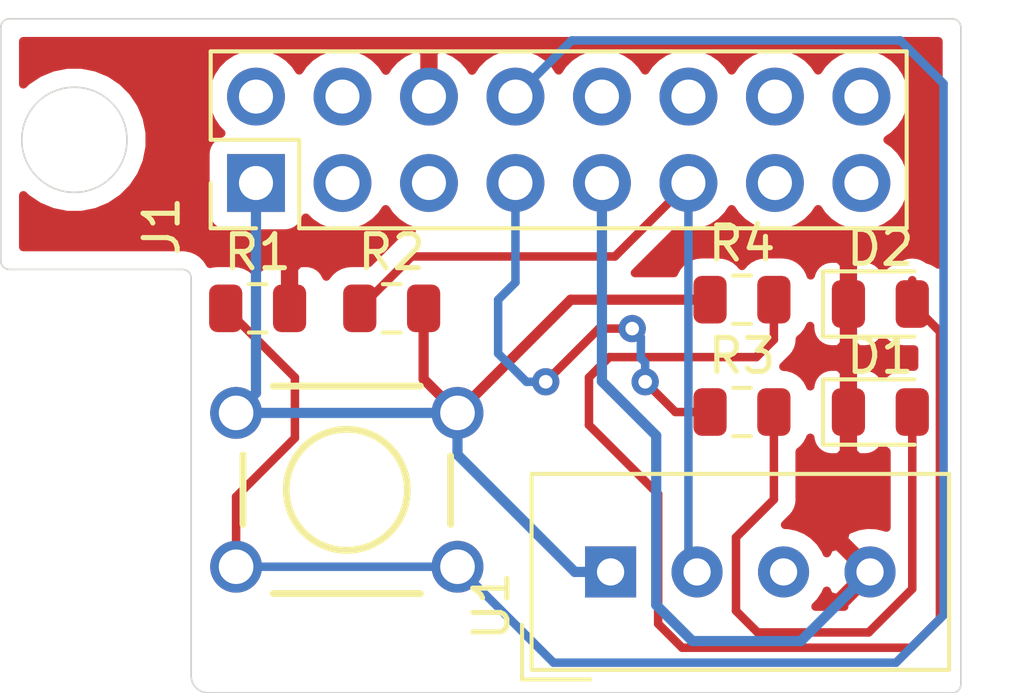
<source format=kicad_pcb>
(kicad_pcb (version 20171130) (host pcbnew "(5.1.5-0-10_14)")

  (general
    (thickness 1.6)
    (drawings 13)
    (tracks 71)
    (zones 0)
    (modules 9)
    (nets 19)
  )

  (page A4)
  (layers
    (0 F.Cu signal)
    (31 B.Cu signal)
    (32 B.Adhes user)
    (33 F.Adhes user)
    (34 B.Paste user)
    (35 F.Paste user)
    (36 B.SilkS user)
    (37 F.SilkS user)
    (38 B.Mask user)
    (39 F.Mask user)
    (40 Dwgs.User user)
    (41 Cmts.User user)
    (42 Eco1.User user)
    (43 Eco2.User user)
    (44 Edge.Cuts user)
    (45 Margin user)
    (46 B.CrtYd user)
    (47 F.CrtYd user)
    (48 B.Fab user)
    (49 F.Fab user)
  )

  (setup
    (last_trace_width 0.25)
    (user_trace_width 0.3)
    (trace_clearance 0.2)
    (zone_clearance 0.508)
    (zone_45_only no)
    (trace_min 0.2)
    (via_size 0.8)
    (via_drill 0.4)
    (via_min_size 0.4)
    (via_min_drill 0.3)
    (user_via 1 0.6)
    (uvia_size 0.3)
    (uvia_drill 0.1)
    (uvias_allowed no)
    (uvia_min_size 0.2)
    (uvia_min_drill 0.1)
    (edge_width 0.05)
    (segment_width 0.2)
    (pcb_text_width 0.3)
    (pcb_text_size 1.5 1.5)
    (mod_edge_width 0.12)
    (mod_text_size 1 1)
    (mod_text_width 0.15)
    (pad_size 1.524 1.524)
    (pad_drill 0.762)
    (pad_to_mask_clearance 0.051)
    (solder_mask_min_width 0.25)
    (aux_axis_origin 0 0)
    (visible_elements FFFFFF7F)
    (pcbplotparams
      (layerselection 0x010fc_ffffffff)
      (usegerberextensions false)
      (usegerberattributes false)
      (usegerberadvancedattributes false)
      (creategerberjobfile false)
      (excludeedgelayer true)
      (linewidth 0.100000)
      (plotframeref false)
      (viasonmask false)
      (mode 1)
      (useauxorigin false)
      (hpglpennumber 1)
      (hpglpenspeed 20)
      (hpglpendiameter 15.000000)
      (psnegative false)
      (psa4output false)
      (plotreference true)
      (plotvalue true)
      (plotinvisibletext false)
      (padsonsilk false)
      (subtractmaskfromsilk false)
      (outputformat 1)
      (mirror false)
      (drillshape 1)
      (scaleselection 1)
      (outputdirectory ""))
  )

  (net 0 "")
  (net 1 GND)
  (net 2 "Net-(D1-Pad2)")
  (net 3 "Net-(D2-Pad2)")
  (net 4 /3V3)
  (net 5 "Net-(J1-Pad2)")
  (net 6 "Net-(J1-Pad3)")
  (net 7 "Net-(J1-Pad4)")
  (net 8 "Net-(J1-Pad5)")
  (net 9 /LED_OUTPUT)
  (net 10 /BUTTON_INPUT)
  (net 11 "Net-(J1-Pad10)")
  (net 12 "Net-(J1-Pad11)")
  (net 13 "Net-(J1-Pad12)")
  (net 14 "Net-(J1-Pad13)")
  (net 15 "Net-(J1-Pad14)")
  (net 16 "Net-(J1-Pad15)")
  (net 17 "Net-(J1-Pad16)")
  (net 18 "Net-(U1-Pad3)")

  (net_class Default "This is the default net class."
    (clearance 0.2)
    (trace_width 0.25)
    (via_dia 0.8)
    (via_drill 0.4)
    (uvia_dia 0.3)
    (uvia_drill 0.1)
    (add_net /BUTTON_INPUT)
    (add_net /LED_OUTPUT)
    (add_net "Net-(D1-Pad2)")
    (add_net "Net-(D2-Pad2)")
    (add_net "Net-(J1-Pad10)")
    (add_net "Net-(J1-Pad11)")
    (add_net "Net-(J1-Pad12)")
    (add_net "Net-(J1-Pad13)")
    (add_net "Net-(J1-Pad14)")
    (add_net "Net-(J1-Pad15)")
    (add_net "Net-(J1-Pad16)")
    (add_net "Net-(J1-Pad2)")
    (add_net "Net-(J1-Pad3)")
    (add_net "Net-(J1-Pad4)")
    (add_net "Net-(J1-Pad5)")
    (add_net "Net-(U1-Pad3)")
  )

  (net_class Power ""
    (clearance 0.3)
    (trace_width 0.3)
    (via_dia 1)
    (via_drill 0.8)
    (uvia_dia 0.3)
    (uvia_drill 0.1)
    (add_net /3V3)
    (add_net GND)
  )

  (module Connector_PinHeader_2.54mm:PinHeader_2x08_P2.54mm_Vertical (layer F.Cu) (tedit 59FED5CC) (tstamp 5E17E55E)
    (at 103.251 67.056 90)
    (descr "Through hole straight pin header, 2x08, 2.54mm pitch, double rows")
    (tags "Through hole pin header THT 2x08 2.54mm double row")
    (path /5E168AB0)
    (fp_text reference J1 (at -1.27 -2.77 90) (layer F.SilkS)
      (effects (font (size 1 1) (thickness 0.15)))
    )
    (fp_text value Raspberry_Pi_2_3 (at -1.27 20.55 90) (layer F.Fab)
      (effects (font (size 1 1) (thickness 0.15)))
    )
    (fp_text user %R (at -1.27 8.89) (layer F.Fab)
      (effects (font (size 1 1) (thickness 0.15)))
    )
    (fp_line (start 4.35 -1.8) (end -1.8 -1.8) (layer F.CrtYd) (width 0.05))
    (fp_line (start 4.35 19.55) (end 4.35 -1.8) (layer F.CrtYd) (width 0.05))
    (fp_line (start -1.8 19.55) (end 4.35 19.55) (layer F.CrtYd) (width 0.05))
    (fp_line (start -1.8 -1.8) (end -1.8 19.55) (layer F.CrtYd) (width 0.05))
    (fp_line (start -1.33 -1.33) (end 0 -1.33) (layer F.SilkS) (width 0.12))
    (fp_line (start -1.33 0) (end -1.33 -1.33) (layer F.SilkS) (width 0.12))
    (fp_line (start 1.27 -1.33) (end 3.87 -1.33) (layer F.SilkS) (width 0.12))
    (fp_line (start 1.27 1.27) (end 1.27 -1.33) (layer F.SilkS) (width 0.12))
    (fp_line (start -1.33 1.27) (end 1.27 1.27) (layer F.SilkS) (width 0.12))
    (fp_line (start 3.87 -1.33) (end 3.87 19.11) (layer F.SilkS) (width 0.12))
    (fp_line (start -1.33 1.27) (end -1.33 19.11) (layer F.SilkS) (width 0.12))
    (fp_line (start -1.33 19.11) (end 3.87 19.11) (layer F.SilkS) (width 0.12))
    (fp_line (start -1.27 0) (end 0 -1.27) (layer F.Fab) (width 0.1))
    (fp_line (start -1.27 19.05) (end -1.27 0) (layer F.Fab) (width 0.1))
    (fp_line (start 3.81 19.05) (end -1.27 19.05) (layer F.Fab) (width 0.1))
    (fp_line (start 3.81 -1.27) (end 3.81 19.05) (layer F.Fab) (width 0.1))
    (fp_line (start 0 -1.27) (end 3.81 -1.27) (layer F.Fab) (width 0.1))
    (pad 16 thru_hole oval (at 2.54 17.78 90) (size 1.7 1.7) (drill 1) (layers *.Cu *.Mask)
      (net 17 "Net-(J1-Pad16)"))
    (pad 15 thru_hole oval (at 0 17.78 90) (size 1.7 1.7) (drill 1) (layers *.Cu *.Mask)
      (net 16 "Net-(J1-Pad15)"))
    (pad 14 thru_hole oval (at 2.54 15.24 90) (size 1.7 1.7) (drill 1) (layers *.Cu *.Mask)
      (net 15 "Net-(J1-Pad14)"))
    (pad 13 thru_hole oval (at 0 15.24 90) (size 1.7 1.7) (drill 1) (layers *.Cu *.Mask)
      (net 14 "Net-(J1-Pad13)"))
    (pad 12 thru_hole oval (at 2.54 12.7 90) (size 1.7 1.7) (drill 1) (layers *.Cu *.Mask)
      (net 13 "Net-(J1-Pad12)"))
    (pad 11 thru_hole oval (at 0 12.7 90) (size 1.7 1.7) (drill 1) (layers *.Cu *.Mask)
      (net 12 "Net-(J1-Pad11)"))
    (pad 10 thru_hole oval (at 2.54 10.16 90) (size 1.7 1.7) (drill 1) (layers *.Cu *.Mask)
      (net 11 "Net-(J1-Pad10)"))
    (pad 9 thru_hole oval (at 0 10.16 90) (size 1.7 1.7) (drill 1) (layers *.Cu *.Mask)
      (net 1 GND))
    (pad 8 thru_hole oval (at 2.54 7.62 90) (size 1.7 1.7) (drill 1) (layers *.Cu *.Mask)
      (net 10 /BUTTON_INPUT))
    (pad 7 thru_hole oval (at 0 7.62 90) (size 1.7 1.7) (drill 1) (layers *.Cu *.Mask)
      (net 9 /LED_OUTPUT))
    (pad 6 thru_hole oval (at 2.54 5.08 90) (size 1.7 1.7) (drill 1) (layers *.Cu *.Mask)
      (net 1 GND))
    (pad 5 thru_hole oval (at 0 5.08 90) (size 1.7 1.7) (drill 1) (layers *.Cu *.Mask)
      (net 8 "Net-(J1-Pad5)"))
    (pad 4 thru_hole oval (at 2.54 2.54 90) (size 1.7 1.7) (drill 1) (layers *.Cu *.Mask)
      (net 7 "Net-(J1-Pad4)"))
    (pad 3 thru_hole oval (at 0 2.54 90) (size 1.7 1.7) (drill 1) (layers *.Cu *.Mask)
      (net 6 "Net-(J1-Pad3)"))
    (pad 2 thru_hole oval (at 2.54 0 90) (size 1.7 1.7) (drill 1) (layers *.Cu *.Mask)
      (net 5 "Net-(J1-Pad2)"))
    (pad 1 thru_hole rect (at 0 0 90) (size 1.7 1.7) (drill 1) (layers *.Cu *.Mask)
      (net 4 /3V3))
    (model ${KISYS3DMOD}/Connector_PinHeader_2.54mm.3dshapes/PinHeader_2x08_P2.54mm_Vertical.wrl
      (at (xyz 0 0 0))
      (scale (xyz 1 1 1))
      (rotate (xyz 0 0 0))
    )
  )

  (module LED_SMD:LED_0805_2012Metric (layer F.Cu) (tedit 5B36C52C) (tstamp 5E17E525)
    (at 121.5875 73.787)
    (descr "LED SMD 0805 (2012 Metric), square (rectangular) end terminal, IPC_7351 nominal, (Body size source: https://docs.google.com/spreadsheets/d/1BsfQQcO9C6DZCsRaXUlFlo91Tg2WpOkGARC1WS5S8t0/edit?usp=sharing), generated with kicad-footprint-generator")
    (tags diode)
    (path /5E16CDC9)
    (attr smd)
    (fp_text reference D1 (at 0 -1.65) (layer F.SilkS)
      (effects (font (size 1 1) (thickness 0.15)))
    )
    (fp_text value LED (at 0 1.65) (layer F.Fab)
      (effects (font (size 1 1) (thickness 0.15)))
    )
    (fp_line (start 1 -0.6) (end -0.7 -0.6) (layer F.Fab) (width 0.1))
    (fp_line (start -0.7 -0.6) (end -1 -0.3) (layer F.Fab) (width 0.1))
    (fp_line (start -1 -0.3) (end -1 0.6) (layer F.Fab) (width 0.1))
    (fp_line (start -1 0.6) (end 1 0.6) (layer F.Fab) (width 0.1))
    (fp_line (start 1 0.6) (end 1 -0.6) (layer F.Fab) (width 0.1))
    (fp_line (start 1 -0.96) (end -1.685 -0.96) (layer F.SilkS) (width 0.12))
    (fp_line (start -1.685 -0.96) (end -1.685 0.96) (layer F.SilkS) (width 0.12))
    (fp_line (start -1.685 0.96) (end 1 0.96) (layer F.SilkS) (width 0.12))
    (fp_line (start -1.68 0.95) (end -1.68 -0.95) (layer F.CrtYd) (width 0.05))
    (fp_line (start -1.68 -0.95) (end 1.68 -0.95) (layer F.CrtYd) (width 0.05))
    (fp_line (start 1.68 -0.95) (end 1.68 0.95) (layer F.CrtYd) (width 0.05))
    (fp_line (start 1.68 0.95) (end -1.68 0.95) (layer F.CrtYd) (width 0.05))
    (fp_text user %R (at 0 0) (layer F.Fab)
      (effects (font (size 0.5 0.5) (thickness 0.08)))
    )
    (pad 1 smd roundrect (at -0.9375 0) (size 0.975 1.4) (layers F.Cu F.Paste F.Mask) (roundrect_rratio 0.25)
      (net 1 GND))
    (pad 2 smd roundrect (at 0.9375 0) (size 0.975 1.4) (layers F.Cu F.Paste F.Mask) (roundrect_rratio 0.25)
      (net 2 "Net-(D1-Pad2)"))
    (model ${KISYS3DMOD}/LED_SMD.3dshapes/LED_0805_2012Metric.wrl
      (at (xyz 0 0 0))
      (scale (xyz 1 1 1))
      (rotate (xyz 0 0 0))
    )
  )

  (module LED_SMD:LED_0805_2012Metric (layer F.Cu) (tedit 5B36C52C) (tstamp 5E17E538)
    (at 121.5875 70.612)
    (descr "LED SMD 0805 (2012 Metric), square (rectangular) end terminal, IPC_7351 nominal, (Body size source: https://docs.google.com/spreadsheets/d/1BsfQQcO9C6DZCsRaXUlFlo91Tg2WpOkGARC1WS5S8t0/edit?usp=sharing), generated with kicad-footprint-generator")
    (tags diode)
    (path /5E1986DB)
    (attr smd)
    (fp_text reference D2 (at 0 -1.65) (layer F.SilkS)
      (effects (font (size 1 1) (thickness 0.15)))
    )
    (fp_text value LED (at 0 1.65) (layer F.Fab)
      (effects (font (size 1 1) (thickness 0.15)))
    )
    (fp_text user %R (at 0 0) (layer F.Fab)
      (effects (font (size 0.5 0.5) (thickness 0.08)))
    )
    (fp_line (start 1.68 0.95) (end -1.68 0.95) (layer F.CrtYd) (width 0.05))
    (fp_line (start 1.68 -0.95) (end 1.68 0.95) (layer F.CrtYd) (width 0.05))
    (fp_line (start -1.68 -0.95) (end 1.68 -0.95) (layer F.CrtYd) (width 0.05))
    (fp_line (start -1.68 0.95) (end -1.68 -0.95) (layer F.CrtYd) (width 0.05))
    (fp_line (start -1.685 0.96) (end 1 0.96) (layer F.SilkS) (width 0.12))
    (fp_line (start -1.685 -0.96) (end -1.685 0.96) (layer F.SilkS) (width 0.12))
    (fp_line (start 1 -0.96) (end -1.685 -0.96) (layer F.SilkS) (width 0.12))
    (fp_line (start 1 0.6) (end 1 -0.6) (layer F.Fab) (width 0.1))
    (fp_line (start -1 0.6) (end 1 0.6) (layer F.Fab) (width 0.1))
    (fp_line (start -1 -0.3) (end -1 0.6) (layer F.Fab) (width 0.1))
    (fp_line (start -0.7 -0.6) (end -1 -0.3) (layer F.Fab) (width 0.1))
    (fp_line (start 1 -0.6) (end -0.7 -0.6) (layer F.Fab) (width 0.1))
    (pad 2 smd roundrect (at 0.9375 0) (size 0.975 1.4) (layers F.Cu F.Paste F.Mask) (roundrect_rratio 0.25)
      (net 3 "Net-(D2-Pad2)"))
    (pad 1 smd roundrect (at -0.9375 0) (size 0.975 1.4) (layers F.Cu F.Paste F.Mask) (roundrect_rratio 0.25)
      (net 1 GND))
    (model ${KISYS3DMOD}/LED_SMD.3dshapes/LED_0805_2012Metric.wrl
      (at (xyz 0 0 0))
      (scale (xyz 1 1 1))
      (rotate (xyz 0 0 0))
    )
  )

  (module Resistor_SMD:R_0805_2012Metric (layer F.Cu) (tedit 5B36C52B) (tstamp 5E17ECA7)
    (at 103.2995 70.739)
    (descr "Resistor SMD 0805 (2012 Metric), square (rectangular) end terminal, IPC_7351 nominal, (Body size source: https://docs.google.com/spreadsheets/d/1BsfQQcO9C6DZCsRaXUlFlo91Tg2WpOkGARC1WS5S8t0/edit?usp=sharing), generated with kicad-footprint-generator")
    (tags resistor)
    (path /5E16C982)
    (attr smd)
    (fp_text reference R1 (at 0 -1.65) (layer F.SilkS)
      (effects (font (size 1 1) (thickness 0.15)))
    )
    (fp_text value R (at 0 1.65) (layer F.Fab)
      (effects (font (size 1 1) (thickness 0.15)))
    )
    (fp_line (start -1 0.6) (end -1 -0.6) (layer F.Fab) (width 0.1))
    (fp_line (start -1 -0.6) (end 1 -0.6) (layer F.Fab) (width 0.1))
    (fp_line (start 1 -0.6) (end 1 0.6) (layer F.Fab) (width 0.1))
    (fp_line (start 1 0.6) (end -1 0.6) (layer F.Fab) (width 0.1))
    (fp_line (start -0.258578 -0.71) (end 0.258578 -0.71) (layer F.SilkS) (width 0.12))
    (fp_line (start -0.258578 0.71) (end 0.258578 0.71) (layer F.SilkS) (width 0.12))
    (fp_line (start -1.68 0.95) (end -1.68 -0.95) (layer F.CrtYd) (width 0.05))
    (fp_line (start -1.68 -0.95) (end 1.68 -0.95) (layer F.CrtYd) (width 0.05))
    (fp_line (start 1.68 -0.95) (end 1.68 0.95) (layer F.CrtYd) (width 0.05))
    (fp_line (start 1.68 0.95) (end -1.68 0.95) (layer F.CrtYd) (width 0.05))
    (fp_text user %R (at 0 0) (layer F.Fab)
      (effects (font (size 0.5 0.5) (thickness 0.08)))
    )
    (pad 1 smd roundrect (at -0.9375 0) (size 0.975 1.4) (layers F.Cu F.Paste F.Mask) (roundrect_rratio 0.25)
      (net 10 /BUTTON_INPUT))
    (pad 2 smd roundrect (at 0.9375 0) (size 0.975 1.4) (layers F.Cu F.Paste F.Mask) (roundrect_rratio 0.25)
      (net 1 GND))
    (model ${KISYS3DMOD}/Resistor_SMD.3dshapes/R_0805_2012Metric.wrl
      (at (xyz 0 0 0))
      (scale (xyz 1 1 1))
      (rotate (xyz 0 0 0))
    )
  )

  (module Resistor_SMD:R_0805_2012Metric (layer F.Cu) (tedit 5B36C52B) (tstamp 5E17E580)
    (at 107.2365 70.739)
    (descr "Resistor SMD 0805 (2012 Metric), square (rectangular) end terminal, IPC_7351 nominal, (Body size source: https://docs.google.com/spreadsheets/d/1BsfQQcO9C6DZCsRaXUlFlo91Tg2WpOkGARC1WS5S8t0/edit?usp=sharing), generated with kicad-footprint-generator")
    (tags resistor)
    (path /5E16C6F1)
    (attr smd)
    (fp_text reference R2 (at 0 -1.65) (layer F.SilkS)
      (effects (font (size 1 1) (thickness 0.15)))
    )
    (fp_text value R (at 0 1.65) (layer F.Fab)
      (effects (font (size 1 1) (thickness 0.15)))
    )
    (fp_text user %R (at 0 0) (layer F.Fab)
      (effects (font (size 0.5 0.5) (thickness 0.08)))
    )
    (fp_line (start 1.68 0.95) (end -1.68 0.95) (layer F.CrtYd) (width 0.05))
    (fp_line (start 1.68 -0.95) (end 1.68 0.95) (layer F.CrtYd) (width 0.05))
    (fp_line (start -1.68 -0.95) (end 1.68 -0.95) (layer F.CrtYd) (width 0.05))
    (fp_line (start -1.68 0.95) (end -1.68 -0.95) (layer F.CrtYd) (width 0.05))
    (fp_line (start -0.258578 0.71) (end 0.258578 0.71) (layer F.SilkS) (width 0.12))
    (fp_line (start -0.258578 -0.71) (end 0.258578 -0.71) (layer F.SilkS) (width 0.12))
    (fp_line (start 1 0.6) (end -1 0.6) (layer F.Fab) (width 0.1))
    (fp_line (start 1 -0.6) (end 1 0.6) (layer F.Fab) (width 0.1))
    (fp_line (start -1 -0.6) (end 1 -0.6) (layer F.Fab) (width 0.1))
    (fp_line (start -1 0.6) (end -1 -0.6) (layer F.Fab) (width 0.1))
    (pad 2 smd roundrect (at 0.9375 0) (size 0.975 1.4) (layers F.Cu F.Paste F.Mask) (roundrect_rratio 0.25)
      (net 4 /3V3))
    (pad 1 smd roundrect (at -0.9375 0) (size 0.975 1.4) (layers F.Cu F.Paste F.Mask) (roundrect_rratio 0.25)
      (net 12 "Net-(J1-Pad11)"))
    (model ${KISYS3DMOD}/Resistor_SMD.3dshapes/R_0805_2012Metric.wrl
      (at (xyz 0 0 0))
      (scale (xyz 1 1 1))
      (rotate (xyz 0 0 0))
    )
  )

  (module Resistor_SMD:R_0805_2012Metric (layer F.Cu) (tedit 5B36C52B) (tstamp 5E17E591)
    (at 117.5235 73.787)
    (descr "Resistor SMD 0805 (2012 Metric), square (rectangular) end terminal, IPC_7351 nominal, (Body size source: https://docs.google.com/spreadsheets/d/1BsfQQcO9C6DZCsRaXUlFlo91Tg2WpOkGARC1WS5S8t0/edit?usp=sharing), generated with kicad-footprint-generator")
    (tags resistor)
    (path /5E16C392)
    (attr smd)
    (fp_text reference R3 (at 0 -1.65) (layer F.SilkS)
      (effects (font (size 1 1) (thickness 0.15)))
    )
    (fp_text value R (at 0 1.65) (layer F.Fab)
      (effects (font (size 1 1) (thickness 0.15)))
    )
    (fp_line (start -1 0.6) (end -1 -0.6) (layer F.Fab) (width 0.1))
    (fp_line (start -1 -0.6) (end 1 -0.6) (layer F.Fab) (width 0.1))
    (fp_line (start 1 -0.6) (end 1 0.6) (layer F.Fab) (width 0.1))
    (fp_line (start 1 0.6) (end -1 0.6) (layer F.Fab) (width 0.1))
    (fp_line (start -0.258578 -0.71) (end 0.258578 -0.71) (layer F.SilkS) (width 0.12))
    (fp_line (start -0.258578 0.71) (end 0.258578 0.71) (layer F.SilkS) (width 0.12))
    (fp_line (start -1.68 0.95) (end -1.68 -0.95) (layer F.CrtYd) (width 0.05))
    (fp_line (start -1.68 -0.95) (end 1.68 -0.95) (layer F.CrtYd) (width 0.05))
    (fp_line (start 1.68 -0.95) (end 1.68 0.95) (layer F.CrtYd) (width 0.05))
    (fp_line (start 1.68 0.95) (end -1.68 0.95) (layer F.CrtYd) (width 0.05))
    (fp_text user %R (at 0 0) (layer F.Fab)
      (effects (font (size 0.5 0.5) (thickness 0.08)))
    )
    (pad 1 smd roundrect (at -0.9375 0) (size 0.975 1.4) (layers F.Cu F.Paste F.Mask) (roundrect_rratio 0.25)
      (net 9 /LED_OUTPUT))
    (pad 2 smd roundrect (at 0.9375 0) (size 0.975 1.4) (layers F.Cu F.Paste F.Mask) (roundrect_rratio 0.25)
      (net 2 "Net-(D1-Pad2)"))
    (model ${KISYS3DMOD}/Resistor_SMD.3dshapes/R_0805_2012Metric.wrl
      (at (xyz 0 0 0))
      (scale (xyz 1 1 1))
      (rotate (xyz 0 0 0))
    )
  )

  (module Resistor_SMD:R_0805_2012Metric (layer F.Cu) (tedit 5B36C52B) (tstamp 5E17E5A2)
    (at 117.5235 70.485)
    (descr "Resistor SMD 0805 (2012 Metric), square (rectangular) end terminal, IPC_7351 nominal, (Body size source: https://docs.google.com/spreadsheets/d/1BsfQQcO9C6DZCsRaXUlFlo91Tg2WpOkGARC1WS5S8t0/edit?usp=sharing), generated with kicad-footprint-generator")
    (tags resistor)
    (path /5E1986D1)
    (attr smd)
    (fp_text reference R4 (at 0 -1.65) (layer F.SilkS)
      (effects (font (size 1 1) (thickness 0.15)))
    )
    (fp_text value R (at 0 1.65) (layer F.Fab)
      (effects (font (size 1 1) (thickness 0.15)))
    )
    (fp_text user %R (at 0 0) (layer F.Fab)
      (effects (font (size 0.5 0.5) (thickness 0.08)))
    )
    (fp_line (start 1.68 0.95) (end -1.68 0.95) (layer F.CrtYd) (width 0.05))
    (fp_line (start 1.68 -0.95) (end 1.68 0.95) (layer F.CrtYd) (width 0.05))
    (fp_line (start -1.68 -0.95) (end 1.68 -0.95) (layer F.CrtYd) (width 0.05))
    (fp_line (start -1.68 0.95) (end -1.68 -0.95) (layer F.CrtYd) (width 0.05))
    (fp_line (start -0.258578 0.71) (end 0.258578 0.71) (layer F.SilkS) (width 0.12))
    (fp_line (start -0.258578 -0.71) (end 0.258578 -0.71) (layer F.SilkS) (width 0.12))
    (fp_line (start 1 0.6) (end -1 0.6) (layer F.Fab) (width 0.1))
    (fp_line (start 1 -0.6) (end 1 0.6) (layer F.Fab) (width 0.1))
    (fp_line (start -1 -0.6) (end 1 -0.6) (layer F.Fab) (width 0.1))
    (fp_line (start -1 0.6) (end -1 -0.6) (layer F.Fab) (width 0.1))
    (pad 2 smd roundrect (at 0.9375 0) (size 0.975 1.4) (layers F.Cu F.Paste F.Mask) (roundrect_rratio 0.25)
      (net 3 "Net-(D2-Pad2)"))
    (pad 1 smd roundrect (at -0.9375 0) (size 0.975 1.4) (layers F.Cu F.Paste F.Mask) (roundrect_rratio 0.25)
      (net 4 /3V3))
    (model ${KISYS3DMOD}/Resistor_SMD.3dshapes/R_0805_2012Metric.wrl
      (at (xyz 0 0 0))
      (scale (xyz 1 1 1))
      (rotate (xyz 0 0 0))
    )
  )

  (module freetronics_footprints:SW_PUSHBUTTON_PTH (layer F.Cu) (tedit 5477A5C1) (tstamp 5E17EAA5)
    (at 105.918 76.073)
    (descr "<b>OMRON SWITCH</b>")
    (path /5E16B94A)
    (fp_text reference SW1 (at -0.05 0) (layer Eco1.User)
      (effects (font (size 0.6 0.6) (thickness 0.1)))
    )
    (fp_text value SW_DPST (at 0 0) (layer Eco1.User) hide
      (effects (font (size 0 0) (thickness 0.000001)))
    )
    (fp_line (start 3.048 -1.016) (end 3.048 -2.54) (layer Cmts.User) (width 0.2032))
    (fp_line (start 3.048 -2.54) (end 2.54 -3.048) (layer Cmts.User) (width 0.2032))
    (fp_line (start 2.54 3.048) (end 3.048 2.54) (layer Cmts.User) (width 0.2032))
    (fp_line (start 3.048 2.54) (end 3.048 1.016) (layer Cmts.User) (width 0.2032))
    (fp_line (start -2.54 -3.048) (end -3.048 -2.54) (layer Cmts.User) (width 0.2032))
    (fp_line (start -3.048 -2.54) (end -3.048 -1.016) (layer Cmts.User) (width 0.2032))
    (fp_line (start -2.54 3.048) (end -3.048 2.54) (layer Cmts.User) (width 0.2032))
    (fp_line (start -3.048 2.54) (end -3.048 1.016) (layer Cmts.User) (width 0.2032))
    (fp_line (start 2.54 3.048) (end 2.159 3.048) (layer Cmts.User) (width 0.2032))
    (fp_line (start -2.54 3.048) (end -2.159 3.048) (layer Cmts.User) (width 0.2032))
    (fp_line (start -2.54 -3.048) (end -2.159 -3.048) (layer Cmts.User) (width 0.2032))
    (fp_line (start 2.54 -3.048) (end 2.159 -3.048) (layer Cmts.User) (width 0.2032))
    (fp_line (start 2.159 -3.048) (end -2.159 -3.048) (layer F.SilkS) (width 0.2032))
    (fp_line (start -2.159 3.048) (end 2.159 3.048) (layer F.SilkS) (width 0.2032))
    (fp_line (start 3.048 -0.99568) (end 3.048 1.016) (layer F.SilkS) (width 0.2032))
    (fp_line (start -3.048 -1.02616) (end -3.048 1.016) (layer F.SilkS) (width 0.2032))
    (fp_line (start -2.54 -1.27) (end -2.54 -0.508) (layer Cmts.User) (width 0.2032))
    (fp_line (start -2.54 0.508) (end -2.54 1.27) (layer Cmts.User) (width 0.2032))
    (fp_line (start -2.54 -0.508) (end -2.159 0.381) (layer Cmts.User) (width 0.2032))
    (fp_circle (center 0 0) (end 1.778 0) (layer F.SilkS) (width 0.2032))
    (pad 1 thru_hole oval (at -3.2512 -2.2606) (size 1.524 1.524) (drill 1.016) (layers *.Cu *.Mask)
      (net 4 /3V3))
    (pad 1 thru_hole oval (at 3.2512 -2.2606) (size 1.524 1.524) (drill 1.016) (layers *.Cu *.Mask)
      (net 4 /3V3))
    (pad 2 thru_hole oval (at -3.2512 2.2606) (size 1.524 1.524) (drill 1.016) (layers *.Cu *.Mask)
      (net 10 /BUTTON_INPUT))
    (pad 2 thru_hole oval (at 3.2512 2.2606) (size 1.524 1.524) (drill 1.016) (layers *.Cu *.Mask)
      (net 10 /BUTTON_INPUT))
  )

  (module Sensor:Aosong_DHT11_5.5x12.0_P2.54mm (layer F.Cu) (tedit 5C4B60CF) (tstamp 5E17E5D6)
    (at 113.665 78.486 90)
    (descr "Temperature and humidity module, http://akizukidenshi.com/download/ds/aosong/DHT11.pdf")
    (tags "Temperature and humidity module")
    (path /5E16D735)
    (fp_text reference U1 (at -1 -3.5 90) (layer F.SilkS)
      (effects (font (size 1 1) (thickness 0.15)))
    )
    (fp_text value DHT22 (at 0 11.3 90) (layer F.Fab)
      (effects (font (size 1 1) (thickness 0.15)))
    )
    (fp_line (start -1.75 -2.19) (end 2.75 -2.19) (layer F.Fab) (width 0.1))
    (fp_line (start 2.75 -2.19) (end 2.75 9.81) (layer F.Fab) (width 0.1))
    (fp_line (start 2.75 9.81) (end -2.75 9.81) (layer F.Fab) (width 0.1))
    (fp_line (start -2.75 -1.19) (end -2.75 9.81) (layer F.Fab) (width 0.1))
    (fp_line (start -2.87 -2.32) (end 2.87 -2.32) (layer F.SilkS) (width 0.12))
    (fp_line (start 2.88 -2.32) (end 2.88 9.94) (layer F.SilkS) (width 0.12))
    (fp_line (start 2.88 9.94) (end -2.88 9.94) (layer F.SilkS) (width 0.12))
    (fp_line (start -2.88 9.94) (end -2.88 -2.31) (layer F.SilkS) (width 0.12))
    (fp_text user %R (at 0 3.81 90) (layer F.Fab)
      (effects (font (size 1 1) (thickness 0.15)))
    )
    (fp_line (start -3 -2.44) (end 3 -2.44) (layer F.CrtYd) (width 0.05))
    (fp_line (start 3 -2.44) (end 3 10.06) (layer F.CrtYd) (width 0.05))
    (fp_line (start 3 10.06) (end -3 10.06) (layer F.CrtYd) (width 0.05))
    (fp_line (start -3 10.06) (end -3 -2.44) (layer F.CrtYd) (width 0.05))
    (fp_line (start -2.75 -1.19) (end -1.75 -2.19) (layer F.Fab) (width 0.1))
    (fp_line (start -3.16 -2.6) (end -3.16 -0.6) (layer F.SilkS) (width 0.12))
    (fp_line (start -3.16 -2.6) (end -1.55 -2.6) (layer F.SilkS) (width 0.12))
    (pad 1 thru_hole rect (at 0 0 90) (size 1.5 1.5) (drill 0.8) (layers *.Cu *.Mask)
      (net 4 /3V3))
    (pad 2 thru_hole circle (at 0 2.54 90) (size 1.5 1.5) (drill 0.8) (layers *.Cu *.Mask)
      (net 12 "Net-(J1-Pad11)"))
    (pad 3 thru_hole circle (at 0 5.08 90) (size 1.5 1.5) (drill 0.8) (layers *.Cu *.Mask)
      (net 18 "Net-(U1-Pad3)"))
    (pad 4 thru_hole circle (at 0 7.62 90) (size 1.5 1.5) (drill 0.8) (layers *.Cu *.Mask)
      (net 1 GND))
    (model ${KISYS3DMOD}/Sensor.3dshapes/Aosong_DHT11_5.5x12.0_P2.54mm.wrl
      (at (xyz 0 0 0))
      (scale (xyz 1 1 1))
      (rotate (xyz 0 0 0))
    )
  )

  (gr_arc (start 123.698 81.788) (end 123.698 82.042) (angle -90) (layer Edge.Cuts) (width 0.05))
  (gr_arc (start 123.698 62.484) (end 123.952 62.484) (angle -90) (layer Edge.Cuts) (width 0.05))
  (gr_arc (start 96.012 62.484) (end 96.012 62.23) (angle -90) (layer Edge.Cuts) (width 0.05))
  (gr_arc (start 96.012 69.342) (end 95.758 69.342) (angle -90) (layer Edge.Cuts) (width 0.05))
  (gr_arc (start 101.092 69.85) (end 101.346 69.85) (angle -90) (layer Edge.Cuts) (width 0.05))
  (gr_arc (start 101.854 81.534) (end 101.346 81.534) (angle -90) (layer Edge.Cuts) (width 0.05))
  (gr_line (start 123.952 81.788) (end 123.952 62.484) (layer Edge.Cuts) (width 0.05) (tstamp 5E17EFAD))
  (gr_line (start 101.854 82.042) (end 123.698 82.042) (layer Edge.Cuts) (width 0.05))
  (gr_line (start 101.346 69.85) (end 101.346 81.534) (layer Edge.Cuts) (width 0.05))
  (gr_line (start 96.012 69.596) (end 101.092 69.596) (layer Edge.Cuts) (width 0.05))
  (gr_line (start 95.758 62.484) (end 95.758 69.342) (layer Edge.Cuts) (width 0.05))
  (gr_line (start 123.698 62.23) (end 96.012 62.23) (layer Edge.Cuts) (width 0.05))
  (gr_circle (center 97.917 65.786) (end 99.441 66.04) (layer Edge.Cuts) (width 0.05))

  (segment (start 115.004999 79.456003) (end 116.066996 80.518) (width 0.3) (layer B.Cu) (net 1))
  (segment (start 115.004999 74.480001) (end 115.004999 79.456003) (width 0.3) (layer B.Cu) (net 1))
  (segment (start 113.411 72.886002) (end 115.004999 74.480001) (width 0.3) (layer B.Cu) (net 1))
  (segment (start 113.411 67.056) (end 113.411 72.886002) (width 0.3) (layer B.Cu) (net 1))
  (segment (start 119.253 80.518) (end 121.285 78.486) (width 0.3) (layer B.Cu) (net 1))
  (segment (start 116.066996 80.518) (end 119.253 80.518) (width 0.3) (layer B.Cu) (net 1))
  (segment (start 122.525 78.985002) (end 121.246002 80.264) (width 0.25) (layer F.Cu) (net 2))
  (segment (start 122.525 73.787) (end 122.525 78.985002) (width 0.25) (layer F.Cu) (net 2))
  (segment (start 121.246002 80.264) (end 117.983 80.264) (width 0.25) (layer F.Cu) (net 2))
  (segment (start 117.983 80.264) (end 117.348 79.629) (width 0.25) (layer F.Cu) (net 2))
  (segment (start 117.348 79.629) (end 117.348 77.47) (width 0.25) (layer F.Cu) (net 2))
  (segment (start 118.461 76.357) (end 118.461 73.787) (width 0.25) (layer F.Cu) (net 2))
  (segment (start 117.348 77.47) (end 118.461 76.357) (width 0.25) (layer F.Cu) (net 2))
  (segment (start 122.525 70.612) (end 122.525 69.912) (width 0.25) (layer F.Cu) (net 3))
  (segment (start 118.461 71.658) (end 118.461 70.485) (width 0.25) (layer F.Cu) (net 3))
  (segment (start 115.062 80.01) (end 115.062 76.2) (width 0.25) (layer F.Cu) (net 3))
  (segment (start 123.33751 79.86249) (end 122.48599 80.71401) (width 0.25) (layer F.Cu) (net 3))
  (segment (start 117.946001 72.172999) (end 118.461 71.658) (width 0.25) (layer F.Cu) (net 3))
  (segment (start 113.03 74.168) (end 113.03 72.771) (width 0.25) (layer F.Cu) (net 3))
  (segment (start 115.062 76.2) (end 113.03 74.168) (width 0.25) (layer F.Cu) (net 3))
  (segment (start 123.33751 71.42451) (end 123.33751 79.86249) (width 0.25) (layer F.Cu) (net 3))
  (segment (start 115.76601 80.71401) (end 115.062 80.01) (width 0.25) (layer F.Cu) (net 3))
  (segment (start 113.03 72.771) (end 113.628001 72.172999) (width 0.25) (layer F.Cu) (net 3))
  (segment (start 122.48599 80.71401) (end 115.76601 80.71401) (width 0.25) (layer F.Cu) (net 3))
  (segment (start 113.628001 72.172999) (end 117.946001 72.172999) (width 0.25) (layer F.Cu) (net 3))
  (segment (start 122.525 70.612) (end 123.33751 71.42451) (width 0.25) (layer F.Cu) (net 3))
  (segment (start 109.1692 74.89003) (end 109.1692 73.8124) (width 0.3) (layer B.Cu) (net 4))
  (segment (start 112.615 78.486) (end 109.1692 75.0402) (width 0.3) (layer B.Cu) (net 4))
  (segment (start 109.1692 75.0402) (end 109.1692 74.89003) (width 0.3) (layer B.Cu) (net 4))
  (segment (start 113.665 78.486) (end 112.615 78.486) (width 0.3) (layer B.Cu) (net 4))
  (segment (start 109.1692 73.8124) (end 102.6668 73.8124) (width 0.3) (layer B.Cu) (net 4))
  (segment (start 103.251 73.2282) (end 102.6668 73.8124) (width 0.3) (layer B.Cu) (net 4))
  (segment (start 103.251 67.056) (end 103.251 73.2282) (width 0.3) (layer B.Cu) (net 4))
  (segment (start 108.174 72.8172) (end 109.1692 73.8124) (width 0.3) (layer F.Cu) (net 4))
  (segment (start 108.174 70.739) (end 108.174 72.8172) (width 0.3) (layer F.Cu) (net 4))
  (segment (start 112.4966 70.485) (end 109.1692 73.8124) (width 0.3) (layer F.Cu) (net 4))
  (segment (start 116.586 70.485) (end 112.4966 70.485) (width 0.3) (layer F.Cu) (net 4))
  (segment (start 110.871 67.056) (end 111.125 67.056) (width 0.25) (layer F.Cu) (net 9))
  (via (at 114.681 72.898) (size 0.8) (drill 0.4) (layers F.Cu B.Cu) (net 9))
  (segment (start 115.57 73.787) (end 114.681 72.898) (width 0.25) (layer F.Cu) (net 9))
  (segment (start 116.586 73.787) (end 115.57 73.787) (width 0.25) (layer F.Cu) (net 9))
  (segment (start 114.681 72.332315) (end 114.554 72.205315) (width 0.25) (layer B.Cu) (net 9))
  (segment (start 114.681 72.898) (end 114.681 72.332315) (width 0.25) (layer B.Cu) (net 9))
  (via (at 114.3 71.335) (size 0.8) (drill 0.4) (layers F.Cu B.Cu) (net 9))
  (segment (start 114.554 71.589) (end 114.3 71.335) (width 0.25) (layer B.Cu) (net 9))
  (segment (start 114.554 72.205315) (end 114.554 71.589) (width 0.25) (layer B.Cu) (net 9))
  (segment (start 114.3 71.335) (end 113.323 71.335) (width 0.25) (layer F.Cu) (net 9))
  (segment (start 113.323 71.335) (end 111.76 72.898) (width 0.25) (layer F.Cu) (net 9))
  (via (at 111.76 72.898) (size 0.8) (drill 0.4) (layers F.Cu B.Cu) (net 9))
  (segment (start 111.194315 72.898) (end 110.363 72.066685) (width 0.25) (layer B.Cu) (net 9))
  (segment (start 111.76 72.898) (end 111.194315 72.898) (width 0.25) (layer B.Cu) (net 9))
  (segment (start 110.363 72.066685) (end 110.363 70.485) (width 0.25) (layer B.Cu) (net 9))
  (segment (start 110.871 69.977) (end 110.871 67.056) (width 0.25) (layer B.Cu) (net 9))
  (segment (start 110.363 70.485) (end 110.871 69.977) (width 0.25) (layer B.Cu) (net 9))
  (segment (start 109.1692 78.3336) (end 102.6668 78.3336) (width 0.25) (layer B.Cu) (net 10))
  (segment (start 110.871 64.516) (end 112.522 62.865) (width 0.25) (layer B.Cu) (net 10))
  (segment (start 112.522 62.865) (end 122.174 62.865) (width 0.25) (layer B.Cu) (net 10))
  (segment (start 122.174 62.865) (end 123.444 64.135) (width 0.25) (layer B.Cu) (net 10))
  (segment (start 123.444 64.135) (end 123.444 79.756) (width 0.25) (layer B.Cu) (net 10))
  (segment (start 123.444 79.756) (end 122.047 81.153) (width 0.25) (layer B.Cu) (net 10))
  (segment (start 111.9886 81.153) (end 109.1692 78.3336) (width 0.25) (layer B.Cu) (net 10))
  (segment (start 122.047 81.153) (end 111.9886 81.153) (width 0.25) (layer B.Cu) (net 10))
  (segment (start 102.362 70.739) (end 104.394 72.771) (width 0.25) (layer F.Cu) (net 10))
  (segment (start 104.394 72.771) (end 104.394 74.549) (width 0.25) (layer F.Cu) (net 10))
  (segment (start 102.6668 76.2762) (end 102.6668 78.3336) (width 0.25) (layer F.Cu) (net 10))
  (segment (start 104.394 74.549) (end 102.6668 76.2762) (width 0.25) (layer F.Cu) (net 10))
  (segment (start 115.951 78.232) (end 116.205 78.486) (width 0.25) (layer B.Cu) (net 12))
  (segment (start 115.951 67.056) (end 115.951 78.232) (width 0.25) (layer B.Cu) (net 12))
  (segment (start 106.299 70.739) (end 107.823 69.215) (width 0.25) (layer F.Cu) (net 12))
  (segment (start 113.792 69.215) (end 115.951 67.056) (width 0.25) (layer F.Cu) (net 12))
  (segment (start 107.823 69.215) (end 113.792 69.215) (width 0.25) (layer F.Cu) (net 12))

  (zone (net 1) (net_name GND) (layer F.Cu) (tstamp 5E17F8EE) (hatch edge 0.508)
    (connect_pads (clearance 0.508))
    (min_thickness 0.254)
    (fill yes (arc_segments 32) (thermal_gap 0.508) (thermal_bridge_width 0.508))
    (polygon
      (pts
        (xy 123.825 81.788) (xy 101.6 81.788) (xy 101.6 69.342) (xy 95.885 69.342) (xy 95.885 62.357)
        (xy 123.825 62.357)
      )
    )
    (filled_polygon
      (pts
        (xy 123.292001 69.449901) (xy 123.258664 69.422542) (xy 123.106209 69.341053) (xy 122.981019 69.303077) (xy 122.949276 69.277026)
        (xy 122.817247 69.206454) (xy 122.673986 69.162997) (xy 122.525 69.148323) (xy 122.376015 69.162997) (xy 122.232754 69.206454)
        (xy 122.100725 69.277026) (xy 122.068982 69.303076) (xy 121.943791 69.341053) (xy 121.791336 69.422542) (xy 121.657708 69.532208)
        (xy 121.652492 69.538564) (xy 121.588685 69.460815) (xy 121.491994 69.381463) (xy 121.38168 69.322498) (xy 121.261982 69.286188)
        (xy 121.1375 69.273928) (xy 120.93575 69.277) (xy 120.777 69.43575) (xy 120.777 70.485) (xy 120.797 70.485)
        (xy 120.797 70.739) (xy 120.777 70.739) (xy 120.777 71.78825) (xy 120.93575 71.947) (xy 121.1375 71.950072)
        (xy 121.261982 71.937812) (xy 121.38168 71.901502) (xy 121.491994 71.842537) (xy 121.588685 71.763185) (xy 121.652492 71.685436)
        (xy 121.657708 71.691792) (xy 121.791336 71.801458) (xy 121.943791 71.882947) (xy 122.109215 71.933128) (xy 122.28125 71.950072)
        (xy 122.57751 71.950072) (xy 122.57751 72.448928) (xy 122.28125 72.448928) (xy 122.109215 72.465872) (xy 121.943791 72.516053)
        (xy 121.791336 72.597542) (xy 121.657708 72.707208) (xy 121.652492 72.713564) (xy 121.588685 72.635815) (xy 121.491994 72.556463)
        (xy 121.38168 72.497498) (xy 121.261982 72.461188) (xy 121.1375 72.448928) (xy 120.93575 72.452) (xy 120.777 72.61075)
        (xy 120.777 73.66) (xy 120.797 73.66) (xy 120.797 73.914) (xy 120.777 73.914) (xy 120.777 74.96325)
        (xy 120.93575 75.122) (xy 121.1375 75.125072) (xy 121.261982 75.112812) (xy 121.38168 75.076502) (xy 121.491994 75.017537)
        (xy 121.588685 74.938185) (xy 121.652492 74.860436) (xy 121.657708 74.866792) (xy 121.765 74.954845) (xy 121.765001 77.181334)
        (xy 121.749884 77.17424) (xy 121.48504 77.10875) (xy 121.212508 77.096188) (xy 120.942762 77.137035) (xy 120.686168 77.229723)
        (xy 120.573137 77.29014) (xy 120.507612 77.529007) (xy 121.285 78.306395) (xy 121.299143 78.292253) (xy 121.478748 78.471858)
        (xy 121.464605 78.486) (xy 121.478748 78.500143) (xy 121.299143 78.679748) (xy 121.285 78.665605) (xy 120.507612 79.442993)
        (xy 120.524347 79.504) (xy 119.685685 79.504) (xy 119.820799 79.368886) (xy 119.972371 79.142043) (xy 120.013511 79.042721)
        (xy 120.028723 79.084832) (xy 120.08914 79.197863) (xy 120.328007 79.263388) (xy 121.105395 78.486) (xy 120.328007 77.708612)
        (xy 120.08914 77.774137) (xy 120.014836 77.932477) (xy 119.972371 77.829957) (xy 119.820799 77.603114) (xy 119.627886 77.410201)
        (xy 119.401043 77.258629) (xy 119.148989 77.154225) (xy 118.881411 77.101) (xy 118.791802 77.101) (xy 118.972004 76.920798)
        (xy 119.001001 76.897001) (xy 119.095974 76.781276) (xy 119.166546 76.649247) (xy 119.210003 76.505986) (xy 119.221 76.394333)
        (xy 119.221 76.394325) (xy 119.224676 76.357) (xy 119.221 76.319675) (xy 119.221 74.954845) (xy 119.328292 74.866792)
        (xy 119.437958 74.733164) (xy 119.519447 74.580709) (xy 119.530174 74.545346) (xy 119.536688 74.611482) (xy 119.572998 74.73118)
        (xy 119.631963 74.841494) (xy 119.711315 74.938185) (xy 119.808006 75.017537) (xy 119.91832 75.076502) (xy 120.038018 75.112812)
        (xy 120.1625 75.125072) (xy 120.36425 75.122) (xy 120.523 74.96325) (xy 120.523 73.914) (xy 120.503 73.914)
        (xy 120.503 73.66) (xy 120.523 73.66) (xy 120.523 72.61075) (xy 120.36425 72.452) (xy 120.1625 72.448928)
        (xy 120.038018 72.461188) (xy 119.91832 72.497498) (xy 119.808006 72.556463) (xy 119.711315 72.635815) (xy 119.631963 72.732506)
        (xy 119.572998 72.84282) (xy 119.536688 72.962518) (xy 119.530174 73.028654) (xy 119.519447 72.993291) (xy 119.437958 72.840836)
        (xy 119.328292 72.707208) (xy 119.194664 72.597542) (xy 119.042209 72.516053) (xy 118.876785 72.465872) (xy 118.741276 72.452526)
        (xy 118.972003 72.221798) (xy 119.001001 72.198001) (xy 119.095974 72.082276) (xy 119.166546 71.950247) (xy 119.210003 71.806986)
        (xy 119.221 71.695333) (xy 119.221 71.695332) (xy 119.224677 71.658) (xy 119.223932 71.650438) (xy 119.328292 71.564792)
        (xy 119.437958 71.431164) (xy 119.519447 71.278709) (xy 119.524806 71.261043) (xy 119.524428 71.312) (xy 119.536688 71.436482)
        (xy 119.572998 71.55618) (xy 119.631963 71.666494) (xy 119.711315 71.763185) (xy 119.808006 71.842537) (xy 119.91832 71.901502)
        (xy 120.038018 71.937812) (xy 120.1625 71.950072) (xy 120.36425 71.947) (xy 120.523 71.78825) (xy 120.523 70.739)
        (xy 120.503 70.739) (xy 120.503 70.485) (xy 120.523 70.485) (xy 120.523 69.43575) (xy 120.36425 69.277)
        (xy 120.1625 69.273928) (xy 120.038018 69.286188) (xy 119.91832 69.322498) (xy 119.808006 69.381463) (xy 119.711315 69.460815)
        (xy 119.631963 69.557506) (xy 119.572998 69.66782) (xy 119.542663 69.767822) (xy 119.519447 69.691291) (xy 119.437958 69.538836)
        (xy 119.328292 69.405208) (xy 119.194664 69.295542) (xy 119.042209 69.214053) (xy 118.876785 69.163872) (xy 118.70475 69.146928)
        (xy 118.21725 69.146928) (xy 118.045215 69.163872) (xy 117.879791 69.214053) (xy 117.727336 69.295542) (xy 117.593708 69.405208)
        (xy 117.5235 69.490756) (xy 117.453292 69.405208) (xy 117.319664 69.295542) (xy 117.167209 69.214053) (xy 117.001785 69.163872)
        (xy 116.82975 69.146928) (xy 116.34225 69.146928) (xy 116.170215 69.163872) (xy 116.004791 69.214053) (xy 115.852336 69.295542)
        (xy 115.718708 69.405208) (xy 115.609042 69.538836) (xy 115.527553 69.691291) (xy 115.524911 69.7) (xy 114.381801 69.7)
        (xy 115.584592 68.49721) (xy 115.80474 68.541) (xy 116.09726 68.541) (xy 116.384158 68.483932) (xy 116.654411 68.37199)
        (xy 116.897632 68.209475) (xy 117.104475 68.002632) (xy 117.221 67.82824) (xy 117.337525 68.002632) (xy 117.544368 68.209475)
        (xy 117.787589 68.37199) (xy 118.057842 68.483932) (xy 118.34474 68.541) (xy 118.63726 68.541) (xy 118.924158 68.483932)
        (xy 119.194411 68.37199) (xy 119.437632 68.209475) (xy 119.644475 68.002632) (xy 119.761 67.82824) (xy 119.877525 68.002632)
        (xy 120.084368 68.209475) (xy 120.327589 68.37199) (xy 120.597842 68.483932) (xy 120.88474 68.541) (xy 121.17726 68.541)
        (xy 121.464158 68.483932) (xy 121.734411 68.37199) (xy 121.977632 68.209475) (xy 122.184475 68.002632) (xy 122.34699 67.759411)
        (xy 122.458932 67.489158) (xy 122.516 67.20226) (xy 122.516 66.90974) (xy 122.458932 66.622842) (xy 122.34699 66.352589)
        (xy 122.184475 66.109368) (xy 121.977632 65.902525) (xy 121.80324 65.786) (xy 121.977632 65.669475) (xy 122.184475 65.462632)
        (xy 122.34699 65.219411) (xy 122.458932 64.949158) (xy 122.516 64.66226) (xy 122.516 64.36974) (xy 122.458932 64.082842)
        (xy 122.34699 63.812589) (xy 122.184475 63.569368) (xy 121.977632 63.362525) (xy 121.734411 63.20001) (xy 121.464158 63.088068)
        (xy 121.17726 63.031) (xy 120.88474 63.031) (xy 120.597842 63.088068) (xy 120.327589 63.20001) (xy 120.084368 63.362525)
        (xy 119.877525 63.569368) (xy 119.761 63.74376) (xy 119.644475 63.569368) (xy 119.437632 63.362525) (xy 119.194411 63.20001)
        (xy 118.924158 63.088068) (xy 118.63726 63.031) (xy 118.34474 63.031) (xy 118.057842 63.088068) (xy 117.787589 63.20001)
        (xy 117.544368 63.362525) (xy 117.337525 63.569368) (xy 117.221 63.74376) (xy 117.104475 63.569368) (xy 116.897632 63.362525)
        (xy 116.654411 63.20001) (xy 116.384158 63.088068) (xy 116.09726 63.031) (xy 115.80474 63.031) (xy 115.517842 63.088068)
        (xy 115.247589 63.20001) (xy 115.004368 63.362525) (xy 114.797525 63.569368) (xy 114.681 63.74376) (xy 114.564475 63.569368)
        (xy 114.357632 63.362525) (xy 114.114411 63.20001) (xy 113.844158 63.088068) (xy 113.55726 63.031) (xy 113.26474 63.031)
        (xy 112.977842 63.088068) (xy 112.707589 63.20001) (xy 112.464368 63.362525) (xy 112.257525 63.569368) (xy 112.141 63.74376)
        (xy 112.024475 63.569368) (xy 111.817632 63.362525) (xy 111.574411 63.20001) (xy 111.304158 63.088068) (xy 111.01726 63.031)
        (xy 110.72474 63.031) (xy 110.437842 63.088068) (xy 110.167589 63.20001) (xy 109.924368 63.362525) (xy 109.717525 63.569368)
        (xy 109.595805 63.751534) (xy 109.526178 63.634645) (xy 109.331269 63.418412) (xy 109.09792 63.244359) (xy 108.835099 63.119175)
        (xy 108.68789 63.074524) (xy 108.458 63.195845) (xy 108.458 64.389) (xy 108.478 64.389) (xy 108.478 64.643)
        (xy 108.458 64.643) (xy 108.458 64.663) (xy 108.204 64.663) (xy 108.204 64.643) (xy 108.184 64.643)
        (xy 108.184 64.389) (xy 108.204 64.389) (xy 108.204 63.195845) (xy 107.97411 63.074524) (xy 107.826901 63.119175)
        (xy 107.56408 63.244359) (xy 107.330731 63.418412) (xy 107.135822 63.634645) (xy 107.066195 63.751534) (xy 106.944475 63.569368)
        (xy 106.737632 63.362525) (xy 106.494411 63.20001) (xy 106.224158 63.088068) (xy 105.93726 63.031) (xy 105.64474 63.031)
        (xy 105.357842 63.088068) (xy 105.087589 63.20001) (xy 104.844368 63.362525) (xy 104.637525 63.569368) (xy 104.521 63.74376)
        (xy 104.404475 63.569368) (xy 104.197632 63.362525) (xy 103.954411 63.20001) (xy 103.684158 63.088068) (xy 103.39726 63.031)
        (xy 103.10474 63.031) (xy 102.817842 63.088068) (xy 102.547589 63.20001) (xy 102.304368 63.362525) (xy 102.097525 63.569368)
        (xy 101.93501 63.812589) (xy 101.823068 64.082842) (xy 101.766 64.36974) (xy 101.766 64.66226) (xy 101.823068 64.949158)
        (xy 101.93501 65.219411) (xy 102.097525 65.462632) (xy 102.22938 65.594487) (xy 102.15682 65.616498) (xy 102.046506 65.675463)
        (xy 101.949815 65.754815) (xy 101.870463 65.851506) (xy 101.811498 65.96182) (xy 101.775188 66.081518) (xy 101.762928 66.206)
        (xy 101.762928 67.906) (xy 101.775188 68.030482) (xy 101.811498 68.15018) (xy 101.870463 68.260494) (xy 101.949815 68.357185)
        (xy 102.046506 68.436537) (xy 102.15682 68.495502) (xy 102.276518 68.531812) (xy 102.401 68.544072) (xy 104.101 68.544072)
        (xy 104.225482 68.531812) (xy 104.34518 68.495502) (xy 104.455494 68.436537) (xy 104.552185 68.357185) (xy 104.631537 68.260494)
        (xy 104.690502 68.15018) (xy 104.712513 68.07762) (xy 104.844368 68.209475) (xy 105.087589 68.37199) (xy 105.357842 68.483932)
        (xy 105.64474 68.541) (xy 105.93726 68.541) (xy 106.224158 68.483932) (xy 106.494411 68.37199) (xy 106.737632 68.209475)
        (xy 106.944475 68.002632) (xy 107.061 67.82824) (xy 107.177525 68.002632) (xy 107.384368 68.209475) (xy 107.627589 68.37199)
        (xy 107.819864 68.451633) (xy 107.785676 68.455) (xy 107.785667 68.455) (xy 107.674014 68.465997) (xy 107.530753 68.509454)
        (xy 107.398724 68.580026) (xy 107.398722 68.580027) (xy 107.398723 68.580027) (xy 107.311996 68.651201) (xy 107.311992 68.651205)
        (xy 107.282999 68.674999) (xy 107.259205 68.703992) (xy 106.56052 69.402678) (xy 106.54275 69.400928) (xy 106.05525 69.400928)
        (xy 105.883215 69.417872) (xy 105.717791 69.468053) (xy 105.565336 69.549542) (xy 105.431708 69.659208) (xy 105.322042 69.792836)
        (xy 105.316529 69.80315) (xy 105.314002 69.79482) (xy 105.255037 69.684506) (xy 105.175685 69.587815) (xy 105.078994 69.508463)
        (xy 104.96868 69.449498) (xy 104.848982 69.413188) (xy 104.7245 69.400928) (xy 104.52275 69.404) (xy 104.364 69.56275)
        (xy 104.364 70.612) (xy 104.384 70.612) (xy 104.384 70.866) (xy 104.364 70.866) (xy 104.364 70.886)
        (xy 104.11 70.886) (xy 104.11 70.866) (xy 104.09 70.866) (xy 104.09 70.612) (xy 104.11 70.612)
        (xy 104.11 69.56275) (xy 103.95125 69.404) (xy 103.7495 69.400928) (xy 103.625018 69.413188) (xy 103.50532 69.449498)
        (xy 103.395006 69.508463) (xy 103.298315 69.587815) (xy 103.234508 69.665564) (xy 103.229292 69.659208) (xy 103.095664 69.549542)
        (xy 102.943209 69.468053) (xy 102.777785 69.417872) (xy 102.60575 69.400928) (xy 102.11825 69.400928) (xy 101.946215 69.417872)
        (xy 101.903095 69.430952) (xy 101.883148 69.39406) (xy 101.849695 69.344463) (xy 101.816936 69.294402) (xy 101.811111 69.287261)
        (xy 101.779512 69.249065) (xy 101.737075 69.206923) (xy 101.695214 69.164177) (xy 101.688113 69.158303) (xy 101.649698 69.126973)
        (xy 101.59989 69.093881) (xy 101.550525 69.060079) (xy 101.542419 69.055696) (xy 101.49865 69.032423) (xy 101.443345 69.009627)
        (xy 101.388359 68.98606) (xy 101.379561 68.983337) (xy 101.379559 68.983336) (xy 101.379557 68.983336) (xy 101.379555 68.983335)
        (xy 101.332099 68.969007) (xy 101.273425 68.957389) (xy 101.229941 68.948146) (xy 101.221383 68.94555) (xy 101.209202 68.94435)
        (xy 101.205735 68.943986) (xy 101.156399 68.939149) (xy 101.156392 68.939149) (xy 101.124419 68.936) (xy 96.418 68.936)
        (xy 96.418 67.418504) (xy 96.505461 67.505965) (xy 96.868132 67.748294) (xy 97.27111 67.915213) (xy 97.69891 68.000308)
        (xy 98.13509 68.000308) (xy 98.56289 67.915213) (xy 98.965868 67.748294) (xy 99.328539 67.505965) (xy 99.636965 67.197539)
        (xy 99.879294 66.834868) (xy 100.046213 66.43189) (xy 100.131308 66.00409) (xy 100.131308 65.56791) (xy 100.046213 65.14011)
        (xy 99.879294 64.737132) (xy 99.636965 64.374461) (xy 99.328539 64.066035) (xy 98.965868 63.823706) (xy 98.56289 63.656787)
        (xy 98.13509 63.571692) (xy 97.69891 63.571692) (xy 97.27111 63.656787) (xy 96.868132 63.823706) (xy 96.505461 64.066035)
        (xy 96.418 64.153496) (xy 96.418 62.89) (xy 123.292001 62.89)
      )
    )
    (filled_polygon
      (pts
        (xy 113.538 66.929) (xy 113.558 66.929) (xy 113.558 67.183) (xy 113.538 67.183) (xy 113.538 67.203)
        (xy 113.284 67.203) (xy 113.284 67.183) (xy 113.264 67.183) (xy 113.264 66.929) (xy 113.284 66.929)
        (xy 113.284 66.909) (xy 113.538 66.909)
      )
    )
  )
)

</source>
